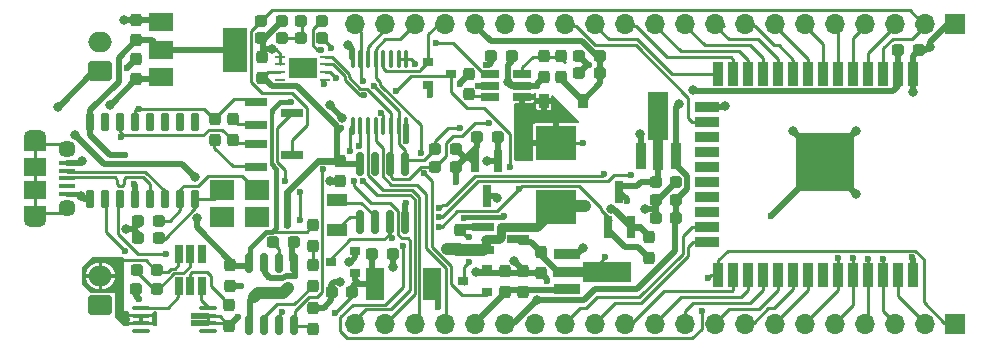
<source format=gbr>
G04 #@! TF.GenerationSoftware,KiCad,Pcbnew,9.0.0*
G04 #@! TF.CreationDate,2025-03-02T20:38:03-08:00*
G04 #@! TF.ProjectId,SuperPower-uC-KiCad,53757065-7250-46f7-9765-722d75432d4b,rev?*
G04 #@! TF.SameCoordinates,Original*
G04 #@! TF.FileFunction,Copper,L1,Top*
G04 #@! TF.FilePolarity,Positive*
%FSLAX46Y46*%
G04 Gerber Fmt 4.6, Leading zero omitted, Abs format (unit mm)*
G04 Created by KiCad (PCBNEW 9.0.0) date 2025-03-02 20:38:03*
%MOMM*%
%LPD*%
G01*
G04 APERTURE LIST*
G04 Aperture macros list*
%AMRoundRect*
0 Rectangle with rounded corners*
0 $1 Rounding radius*
0 $2 $3 $4 $5 $6 $7 $8 $9 X,Y pos of 4 corners*
0 Add a 4 corners polygon primitive as box body*
4,1,4,$2,$3,$4,$5,$6,$7,$8,$9,$2,$3,0*
0 Add four circle primitives for the rounded corners*
1,1,$1+$1,$2,$3*
1,1,$1+$1,$4,$5*
1,1,$1+$1,$6,$7*
1,1,$1+$1,$8,$9*
0 Add four rect primitives between the rounded corners*
20,1,$1+$1,$2,$3,$4,$5,0*
20,1,$1+$1,$4,$5,$6,$7,0*
20,1,$1+$1,$6,$7,$8,$9,0*
20,1,$1+$1,$8,$9,$2,$3,0*%
%AMFreePoly0*
4,1,9,5.362500,-0.866500,1.237500,-0.866500,1.237500,-0.450000,-1.237500,-0.450000,-1.237500,0.450000,1.237500,0.450000,1.237500,0.866500,5.362500,0.866500,5.362500,-0.866500,5.362500,-0.866500,$1*%
G04 Aperture macros list end*
G04 #@! TA.AperFunction,ComponentPad*
%ADD10O,1.700000X1.700000*%
G04 #@! TD*
G04 #@! TA.AperFunction,ComponentPad*
%ADD11R,1.700000X1.700000*%
G04 #@! TD*
G04 #@! TA.AperFunction,SMDPad,CuDef*
%ADD12R,0.900000X1.200000*%
G04 #@! TD*
G04 #@! TA.AperFunction,SMDPad,CuDef*
%ADD13R,1.900000X1.200000*%
G04 #@! TD*
G04 #@! TA.AperFunction,ComponentPad*
%ADD14O,1.900000X1.200000*%
G04 #@! TD*
G04 #@! TA.AperFunction,SMDPad,CuDef*
%ADD15R,1.900000X1.500000*%
G04 #@! TD*
G04 #@! TA.AperFunction,ComponentPad*
%ADD16C,1.450000*%
G04 #@! TD*
G04 #@! TA.AperFunction,SMDPad,CuDef*
%ADD17R,1.350000X0.400000*%
G04 #@! TD*
G04 #@! TA.AperFunction,SMDPad,CuDef*
%ADD18R,3.500000X2.950000*%
G04 #@! TD*
G04 #@! TA.AperFunction,SMDPad,CuDef*
%ADD19R,1.800000X1.000000*%
G04 #@! TD*
G04 #@! TA.AperFunction,SMDPad,CuDef*
%ADD20R,2.100000X1.800000*%
G04 #@! TD*
G04 #@! TA.AperFunction,SMDPad,CuDef*
%ADD21R,0.900000X2.000000*%
G04 #@! TD*
G04 #@! TA.AperFunction,SMDPad,CuDef*
%ADD22R,2.000000X0.900000*%
G04 #@! TD*
G04 #@! TA.AperFunction,SMDPad,CuDef*
%ADD23R,5.000000X5.000000*%
G04 #@! TD*
G04 #@! TA.AperFunction,SMDPad,CuDef*
%ADD24FreePoly0,90.000000*%
G04 #@! TD*
G04 #@! TA.AperFunction,SMDPad,CuDef*
%ADD25R,0.900000X2.300000*%
G04 #@! TD*
G04 #@! TA.AperFunction,SMDPad,CuDef*
%ADD26FreePoly0,0.000000*%
G04 #@! TD*
G04 #@! TA.AperFunction,SMDPad,CuDef*
%ADD27R,2.300000X0.900000*%
G04 #@! TD*
G04 #@! TA.AperFunction,SMDPad,CuDef*
%ADD28R,1.560000X0.650000*%
G04 #@! TD*
G04 #@! TA.AperFunction,SMDPad,CuDef*
%ADD29RoundRect,0.100000X-0.100000X0.637500X-0.100000X-0.637500X0.100000X-0.637500X0.100000X0.637500X0*%
G04 #@! TD*
G04 #@! TA.AperFunction,SMDPad,CuDef*
%ADD30R,0.800000X1.900000*%
G04 #@! TD*
G04 #@! TA.AperFunction,SMDPad,CuDef*
%ADD31RoundRect,0.150000X0.150000X-0.825000X0.150000X0.825000X-0.150000X0.825000X-0.150000X-0.825000X0*%
G04 #@! TD*
G04 #@! TA.AperFunction,SMDPad,CuDef*
%ADD32R,2.000000X1.500000*%
G04 #@! TD*
G04 #@! TA.AperFunction,SMDPad,CuDef*
%ADD33R,2.000000X3.800000*%
G04 #@! TD*
G04 #@! TA.AperFunction,SMDPad,CuDef*
%ADD34RoundRect,0.150000X0.150000X-0.650000X0.150000X0.650000X-0.150000X0.650000X-0.150000X-0.650000X0*%
G04 #@! TD*
G04 #@! TA.AperFunction,SMDPad,CuDef*
%ADD35RoundRect,0.150000X-0.150000X0.675000X-0.150000X-0.675000X0.150000X-0.675000X0.150000X0.675000X0*%
G04 #@! TD*
G04 #@! TA.AperFunction,SMDPad,CuDef*
%ADD36R,2.400000X1.800000*%
G04 #@! TD*
G04 #@! TA.AperFunction,SMDPad,CuDef*
%ADD37RoundRect,0.062500X-0.387500X-0.062500X0.387500X-0.062500X0.387500X0.062500X-0.387500X0.062500X0*%
G04 #@! TD*
G04 #@! TA.AperFunction,SMDPad,CuDef*
%ADD38RoundRect,0.100000X0.637500X0.100000X-0.637500X0.100000X-0.637500X-0.100000X0.637500X-0.100000X0*%
G04 #@! TD*
G04 #@! TA.AperFunction,SMDPad,CuDef*
%ADD39R,0.650000X1.560000*%
G04 #@! TD*
G04 #@! TA.AperFunction,SMDPad,CuDef*
%ADD40RoundRect,0.237500X-0.287500X-0.237500X0.287500X-0.237500X0.287500X0.237500X-0.287500X0.237500X0*%
G04 #@! TD*
G04 #@! TA.AperFunction,SMDPad,CuDef*
%ADD41RoundRect,0.237500X0.237500X-0.287500X0.237500X0.287500X-0.237500X0.287500X-0.237500X-0.287500X0*%
G04 #@! TD*
G04 #@! TA.AperFunction,SMDPad,CuDef*
%ADD42RoundRect,0.237500X-0.237500X0.287500X-0.237500X-0.287500X0.237500X-0.287500X0.237500X0.287500X0*%
G04 #@! TD*
G04 #@! TA.AperFunction,SMDPad,CuDef*
%ADD43RoundRect,0.237500X0.287500X0.237500X-0.287500X0.237500X-0.287500X-0.237500X0.287500X-0.237500X0*%
G04 #@! TD*
G04 #@! TA.AperFunction,SMDPad,CuDef*
%ADD44R,0.900000X0.800000*%
G04 #@! TD*
G04 #@! TA.AperFunction,SMDPad,CuDef*
%ADD45R,1.900000X0.800000*%
G04 #@! TD*
G04 #@! TA.AperFunction,ComponentPad*
%ADD46O,2.000000X1.700000*%
G04 #@! TD*
G04 #@! TA.AperFunction,ComponentPad*
%ADD47RoundRect,0.250000X0.750000X-0.600000X0.750000X0.600000X-0.750000X0.600000X-0.750000X-0.600000X0*%
G04 #@! TD*
G04 #@! TA.AperFunction,SMDPad,CuDef*
%ADD48R,1.500000X2.700000*%
G04 #@! TD*
G04 #@! TA.AperFunction,ViaPad*
%ADD49C,0.800000*%
G04 #@! TD*
G04 #@! TA.AperFunction,ViaPad*
%ADD50C,0.600000*%
G04 #@! TD*
G04 #@! TA.AperFunction,Conductor*
%ADD51C,0.250000*%
G04 #@! TD*
G04 #@! TA.AperFunction,Conductor*
%ADD52C,0.508000*%
G04 #@! TD*
G04 #@! TA.AperFunction,Conductor*
%ADD53C,0.500000*%
G04 #@! TD*
G04 #@! TA.AperFunction,Conductor*
%ADD54C,1.000000*%
G04 #@! TD*
G04 #@! TA.AperFunction,Conductor*
%ADD55C,0.600000*%
G04 #@! TD*
G04 #@! TA.AperFunction,Conductor*
%ADD56C,0.750000*%
G04 #@! TD*
G04 #@! TA.AperFunction,Conductor*
%ADD57C,0.400000*%
G04 #@! TD*
G04 #@! TA.AperFunction,Conductor*
%ADD58C,0.350000*%
G04 #@! TD*
G04 APERTURE END LIST*
D10*
X130683000Y-121920000D03*
X133223000Y-121920000D03*
X135763000Y-121920000D03*
X138303000Y-121920000D03*
X140843000Y-121920000D03*
X143383000Y-121920000D03*
X145923000Y-121920000D03*
X148463000Y-121920000D03*
X151003000Y-121920000D03*
X153543000Y-121920000D03*
X156083000Y-121920000D03*
X158623000Y-121920000D03*
X161163000Y-121920000D03*
X163703000Y-121920000D03*
X166243000Y-121920000D03*
X168783000Y-121920000D03*
X171323000Y-121920000D03*
X173863000Y-121920000D03*
X176403000Y-121920000D03*
X178943000Y-121920000D03*
D11*
X181483000Y-121920000D03*
D10*
X130683000Y-96520000D03*
X133223000Y-96520000D03*
X135763000Y-96520000D03*
X138303000Y-96520000D03*
X140843000Y-96520000D03*
X143383000Y-96520000D03*
X145923000Y-96520000D03*
X148463000Y-96520000D03*
X151003000Y-96520000D03*
X153543000Y-96520000D03*
X156083000Y-96520000D03*
X158623000Y-96520000D03*
X161163000Y-96520000D03*
X163703000Y-96520000D03*
X166243000Y-96520000D03*
X168783000Y-96520000D03*
X171323000Y-96520000D03*
X173863000Y-96520000D03*
X176403000Y-96520000D03*
X178943000Y-96520000D03*
D11*
X181483000Y-96520000D03*
D12*
X146622500Y-102997000D03*
X149922500Y-102997000D03*
D13*
X103537500Y-106685000D03*
X103537500Y-112485000D03*
D14*
X103537500Y-113085000D03*
X103537500Y-106085000D03*
D15*
X103537500Y-108585000D03*
D16*
X106237500Y-112085000D03*
D17*
X106237500Y-109585000D03*
X106237500Y-110235000D03*
X106237500Y-110885000D03*
X106237500Y-108285000D03*
X106237500Y-108935000D03*
D16*
X106237500Y-107085000D03*
D15*
X103537500Y-110585000D03*
D18*
X147701000Y-106564000D03*
X147701000Y-112014000D03*
D19*
X129095500Y-113942500D03*
X129095500Y-111442500D03*
D20*
X122331000Y-112846000D03*
X119431000Y-112846000D03*
X119431000Y-110546000D03*
X122331000Y-110546000D03*
D21*
X177927000Y-117729000D03*
X176657000Y-117729000D03*
X175387000Y-117729000D03*
X174117000Y-117729000D03*
X172847000Y-117729000D03*
X171577000Y-117729000D03*
X170307000Y-117729000D03*
X169037000Y-117729000D03*
X167767000Y-117729000D03*
X166497000Y-117729000D03*
X165227000Y-117729000D03*
X163957000Y-117729000D03*
X162687000Y-117729000D03*
X161417000Y-117729000D03*
D22*
X160417000Y-114944000D03*
X160417000Y-113674000D03*
X160417000Y-112404000D03*
X160417000Y-111134000D03*
X160417000Y-109864000D03*
X160417000Y-108594000D03*
X160417000Y-107324000D03*
X160417000Y-106054000D03*
X160417000Y-104784000D03*
X160417000Y-103514000D03*
D21*
X161417000Y-100729000D03*
X162687000Y-100729000D03*
X163957000Y-100729000D03*
X165227000Y-100729000D03*
X166497000Y-100729000D03*
X167767000Y-100729000D03*
X169037000Y-100729000D03*
X170307000Y-100729000D03*
X171577000Y-100729000D03*
X172847000Y-100729000D03*
X174117000Y-100729000D03*
X175387000Y-100729000D03*
X176657000Y-100729000D03*
X177927000Y-100729000D03*
D23*
X170427000Y-108229000D03*
D24*
X156337000Y-107599500D03*
D25*
X157837000Y-107687000D03*
X154837000Y-107687000D03*
D26*
X148686500Y-117475000D03*
D27*
X148599000Y-118975000D03*
X148599000Y-115975000D03*
D28*
X142113000Y-101729500D03*
X142113000Y-102679500D03*
X142113000Y-100779500D03*
X144813000Y-100779500D03*
X144813000Y-101729500D03*
X144813000Y-102679500D03*
D29*
X134990000Y-105166000D03*
X134340000Y-105166000D03*
X133690000Y-105166000D03*
X133040000Y-105166000D03*
X132390000Y-105166000D03*
X131740000Y-105166000D03*
X131090000Y-105166000D03*
X130440000Y-105166000D03*
X130440000Y-99441000D03*
X131090000Y-99441000D03*
X131740000Y-99441000D03*
X132390000Y-99441000D03*
X133040000Y-99441000D03*
X133690000Y-99441000D03*
X134340000Y-99441000D03*
X134990000Y-99441000D03*
D30*
X141798000Y-111077000D03*
X140848000Y-108077000D03*
X142748000Y-108077000D03*
D31*
X131064000Y-108331000D03*
X132334000Y-108331000D03*
X133604000Y-108331000D03*
X134874000Y-108331000D03*
X134874000Y-113281000D03*
X133604000Y-113281000D03*
X132334000Y-113281000D03*
X131064000Y-113281000D03*
D32*
X114223000Y-96379000D03*
X114223000Y-100979000D03*
X114223000Y-98679000D03*
D33*
X120523000Y-98679000D03*
D34*
X108204000Y-104827000D03*
X109474000Y-104827000D03*
X110744000Y-104827000D03*
X112014000Y-104827000D03*
X113284000Y-104827000D03*
X114554000Y-104827000D03*
X115824000Y-104827000D03*
X117094000Y-104827000D03*
X117094000Y-111327000D03*
X115824000Y-111327000D03*
X114554000Y-111327000D03*
X113284000Y-111327000D03*
X112014000Y-111327000D03*
X110744000Y-111327000D03*
X109474000Y-111327000D03*
X108204000Y-111327000D03*
D35*
X125476000Y-122026500D03*
X124206000Y-122026500D03*
X122936000Y-122026500D03*
X121666000Y-122026500D03*
X121666000Y-116776500D03*
X122936000Y-116776500D03*
X124206000Y-116776500D03*
X125476000Y-116776500D03*
D36*
X126238000Y-100266500D03*
D37*
X128138000Y-99291500D03*
X128138000Y-99941500D03*
X128138000Y-100591500D03*
X128138000Y-101241500D03*
X124338000Y-101241500D03*
X124338000Y-100591500D03*
X124338000Y-99941500D03*
X124338000Y-99291500D03*
D38*
X112512000Y-122514000D03*
X112512000Y-121864000D03*
X112512000Y-121214000D03*
X112512000Y-120564000D03*
X118237000Y-120564000D03*
X118237000Y-121214000D03*
X118237000Y-121864000D03*
X118237000Y-122514000D03*
D39*
X116715500Y-115981500D03*
X115765500Y-115981500D03*
X117665500Y-115981500D03*
X117665500Y-118681500D03*
X116715500Y-118681500D03*
X115765500Y-118681500D03*
D40*
X113891000Y-118935500D03*
X112141000Y-118935500D03*
D41*
X140271500Y-100711000D03*
X140271500Y-102461000D03*
X148082000Y-99264000D03*
X148082000Y-101014000D03*
D42*
X146621500Y-101014000D03*
X146621500Y-99264000D03*
X155575000Y-116318000D03*
X155575000Y-114568000D03*
D41*
X139509500Y-113933000D03*
X139509500Y-115683000D03*
D40*
X139178000Y-108585000D03*
X137428000Y-108585000D03*
X139178000Y-107061000D03*
X137428000Y-107061000D03*
D42*
X127063500Y-118667500D03*
X127063500Y-116917500D03*
D41*
X118808500Y-104549000D03*
X118808500Y-106299000D03*
D42*
X120332500Y-106299000D03*
X120332500Y-104549000D03*
D43*
X132108000Y-116014500D03*
X133858000Y-116014500D03*
D42*
X127063500Y-122336500D03*
X127063500Y-120586500D03*
D40*
X125476000Y-114935000D03*
X123726000Y-114935000D03*
D43*
X126111000Y-96266000D03*
X127861000Y-96266000D03*
X126111000Y-97740000D03*
X127861000Y-97740000D03*
D42*
X120015000Y-122047000D03*
X120015000Y-120297000D03*
D44*
X139827000Y-118237000D03*
X141827000Y-117287000D03*
X141827000Y-119187000D03*
D45*
X144478000Y-114683500D03*
X141478000Y-115633500D03*
X141478000Y-113733500D03*
D30*
X153032500Y-110728500D03*
X153982500Y-113728500D03*
X152082500Y-113728500D03*
D45*
X125301000Y-107632500D03*
X122301000Y-108582500D03*
X122301000Y-106682500D03*
X125301000Y-104079000D03*
X122301000Y-105029000D03*
X122301000Y-103129000D03*
D44*
X128619500Y-116647000D03*
X130619500Y-115697000D03*
X130619500Y-117597000D03*
X138811000Y-100711000D03*
X136811000Y-101661000D03*
X136811000Y-99761000D03*
D46*
X109093000Y-98034000D03*
D47*
X109093000Y-100534000D03*
D43*
X122710000Y-97740000D03*
X124460000Y-97740000D03*
D46*
X109093000Y-117846000D03*
D47*
X109093000Y-120346000D03*
D48*
X137134000Y-118491000D03*
X132334000Y-118491000D03*
D41*
X127063500Y-113552000D03*
X127063500Y-115302000D03*
X112141000Y-99441000D03*
X112141000Y-101191000D03*
D43*
X176657000Y-98742500D03*
X178407000Y-98742500D03*
D40*
X124460000Y-96266000D03*
X122710000Y-96266000D03*
D43*
X156111000Y-112903000D03*
X157861000Y-112903000D03*
X149606000Y-99187000D03*
X151356000Y-99187000D03*
D41*
X143319500Y-117439500D03*
X143319500Y-119189500D03*
D40*
X157847000Y-109932000D03*
X156097000Y-109932000D03*
D42*
X146431000Y-117602000D03*
X146431000Y-115852000D03*
D40*
X143926500Y-99187000D03*
X142176500Y-99187000D03*
D43*
X149606000Y-100661000D03*
X151356000Y-100661000D03*
X156111000Y-111442500D03*
X157861000Y-111442500D03*
D41*
X144907000Y-117439500D03*
X144907000Y-119189500D03*
D43*
X140970000Y-106045000D03*
X142720000Y-106045000D03*
D41*
X129413000Y-108077000D03*
X129413000Y-109827000D03*
D43*
X112268000Y-114617500D03*
X114018000Y-114617500D03*
X112268000Y-113157000D03*
X114018000Y-113157000D03*
D42*
X112141000Y-97889000D03*
X112141000Y-96139000D03*
D40*
X130429000Y-119189500D03*
X128679000Y-119189500D03*
D42*
X120078500Y-118667500D03*
X120078500Y-116917500D03*
X122809000Y-101064000D03*
X122809000Y-99314000D03*
D40*
X113919000Y-117348000D03*
X112169000Y-117348000D03*
D49*
X150090847Y-111910153D03*
X122096370Y-119594348D03*
X124968000Y-118872000D03*
X152299297Y-112138701D03*
X141732000Y-114808008D03*
X138430000Y-115570008D03*
X129413008Y-118364000D03*
D50*
X112395000Y-119761000D03*
X141732000Y-100004474D03*
X141099500Y-101729500D03*
X134990000Y-106415054D03*
X129476500Y-105346500D03*
X135699473Y-99881990D03*
D49*
X142656000Y-111221000D03*
D50*
X124881001Y-113546000D03*
X177800000Y-116268500D03*
D49*
X173101000Y-110871000D03*
X167767000Y-105537000D03*
X173101000Y-105537000D03*
X149987000Y-115443000D03*
D50*
X139509500Y-101600000D03*
D49*
X129575741Y-104432426D03*
X128506836Y-103403009D03*
X154813000Y-105791000D03*
X130053358Y-98297986D03*
X179324000Y-98425000D03*
X141798020Y-108077000D03*
X155194000Y-112141000D03*
X144145000Y-116586000D03*
X133858000Y-117094000D03*
X130175000Y-116646954D03*
D50*
X120777000Y-121285000D03*
X125594000Y-117856000D03*
X123377500Y-117922500D03*
D49*
X111125000Y-96138994D03*
X123634500Y-98615500D03*
D50*
X146939014Y-118237000D03*
D49*
X143603511Y-101448086D03*
D50*
X146047500Y-101729500D03*
D49*
X177863500Y-102235000D03*
D50*
X135001000Y-111656490D03*
D49*
X161988500Y-103441500D03*
D50*
X150431500Y-99949000D03*
D49*
X128548160Y-109830535D03*
D50*
X137642600Y-120497592D03*
X137033000Y-102489000D03*
X165862000Y-112776000D03*
D49*
X140909010Y-117541044D03*
D50*
X121006000Y-118671000D03*
X117031000Y-121221000D03*
X117031000Y-121871000D03*
X111381000Y-100246000D03*
D49*
X111292010Y-113896000D03*
X107442000Y-111075000D03*
X117282153Y-112964153D03*
X106934000Y-105918004D03*
D50*
X125222000Y-103123998D03*
D49*
X117081000Y-109446000D03*
D50*
X128968500Y-120967500D03*
X116205000Y-98679000D03*
X111950500Y-110049010D03*
X111181000Y-107596000D03*
X139181335Y-109894159D03*
D49*
X158115000Y-103251000D03*
X159262653Y-102103347D03*
X146050000Y-119888000D03*
D50*
X143281000Y-112746000D03*
X139890500Y-112915944D03*
X151815800Y-116281200D03*
X153670000Y-111506000D03*
D49*
X107569000Y-108077000D03*
X109881000Y-103346000D03*
D50*
X149987000Y-106552992D03*
D49*
X105537000Y-103505000D03*
D50*
X139573000Y-105283000D03*
X131381506Y-102552500D03*
X132229179Y-101735988D03*
X171577000Y-116335510D03*
X151764992Y-109219998D03*
X172847000Y-116335510D03*
X137787718Y-112110656D03*
X111185406Y-115713594D03*
X174117000Y-116395500D03*
X114663677Y-116018010D03*
X137786146Y-112860666D03*
X154051000Y-109279990D03*
X141986000Y-104902000D03*
X175387000Y-116395500D03*
X160020000Y-120842989D03*
X160528000Y-117983000D03*
X124730688Y-109837136D03*
X125983996Y-110718004D03*
X125984000Y-113074000D03*
X134733967Y-115316044D03*
X143764000Y-108585000D03*
X133742766Y-114663990D03*
X144571475Y-110471975D03*
X132823907Y-104031093D03*
X134098342Y-102185158D03*
X137794994Y-113665000D03*
X112339010Y-103701990D03*
X110871000Y-106045000D03*
X140271500Y-114554000D03*
X140271490Y-116649500D03*
X128651000Y-98552000D03*
X129056596Y-101100650D03*
X127810487Y-98679000D03*
X128016000Y-101584990D03*
X124460000Y-120904000D03*
X130256000Y-107271000D03*
X130534333Y-109778079D03*
X131006000Y-106871000D03*
X131355500Y-109798691D03*
X131318000Y-101346000D03*
X127952500Y-108825508D03*
X137477500Y-98145990D03*
X136506000Y-109171000D03*
X136206000Y-107446000D03*
D51*
X112966500Y-116522500D02*
X110416500Y-116522500D01*
X114806298Y-117475000D02*
X113919000Y-117475000D01*
X113919000Y-117475000D02*
X112966500Y-116522500D01*
X115054810Y-117226488D02*
X114806298Y-117475000D01*
X115375512Y-117226488D02*
X115054810Y-117226488D01*
X115697000Y-116905000D02*
X115375512Y-117226488D01*
X115697000Y-116045000D02*
X115697000Y-116905000D01*
X113693000Y-118999000D02*
X112169000Y-117475000D01*
X113943700Y-118999000D02*
X113693000Y-118999000D01*
X116095501Y-117626499D02*
X115316201Y-117626499D01*
X116647000Y-117075000D02*
X116095501Y-117626499D01*
X116647000Y-116045000D02*
X116647000Y-117075000D01*
X115316201Y-117626499D02*
X113943700Y-118999000D01*
D52*
X129639000Y-108331000D02*
X129413000Y-108105000D01*
X131064000Y-108331000D02*
X129639000Y-108331000D01*
D53*
X134990000Y-106415000D02*
X135001000Y-106426000D01*
X134990000Y-105097500D02*
X134990000Y-106415000D01*
D52*
X142141000Y-99187000D02*
X142113000Y-99187000D01*
D54*
X150090847Y-111910153D02*
X148185847Y-111910153D01*
D53*
X121784000Y-119906718D02*
X122096370Y-119594348D01*
X121784000Y-122024000D02*
X121784000Y-119906718D01*
D52*
X152461201Y-112138701D02*
X152299297Y-112138701D01*
X153982500Y-113728500D02*
X153982500Y-113660000D01*
D54*
X124587000Y-119253000D02*
X124968000Y-118872000D01*
X122437718Y-119253000D02*
X124587000Y-119253000D01*
X122096370Y-119594348D02*
X122437718Y-119253000D01*
D55*
X139559000Y-115633500D02*
X139509500Y-115683000D01*
D54*
X141478000Y-115633500D02*
X139559000Y-115633500D01*
D55*
X152524701Y-112138701D02*
X152461201Y-112138701D01*
X153982500Y-113596500D02*
X152524701Y-112138701D01*
X153982500Y-113660000D02*
X153982500Y-113596500D01*
D52*
X139700000Y-115810000D02*
X139460008Y-115570008D01*
D54*
X139460008Y-115570008D02*
X138430000Y-115570008D01*
D53*
X112141000Y-118999000D02*
X112141000Y-119507000D01*
X112141000Y-119507000D02*
X112395000Y-119761000D01*
D52*
X142113000Y-99187000D02*
X142113000Y-99187000D01*
X141099500Y-101729500D02*
X142113000Y-101729500D01*
D51*
X123281500Y-100591500D02*
X122809000Y-101064000D01*
X124338000Y-100591500D02*
X123281500Y-100591500D01*
D53*
X129413000Y-108105000D02*
X129383498Y-108075498D01*
X122964000Y-101092000D02*
X122964000Y-100937000D01*
X123641988Y-101769988D02*
X122964000Y-101092000D01*
X129095500Y-105150021D02*
X125715467Y-101769988D01*
X125715467Y-101769988D02*
X123641988Y-101769988D01*
X129413000Y-108105000D02*
X129095500Y-107787500D01*
D52*
X129476500Y-105346500D02*
X129095500Y-105727500D01*
D53*
X129095500Y-105727500D02*
X129095500Y-105150021D01*
X129095500Y-107787500D02*
X129095500Y-105727500D01*
X141972526Y-100004474D02*
X141732000Y-100004474D01*
X142181000Y-99796000D02*
X141972526Y-100004474D01*
X142181000Y-99191500D02*
X142181000Y-99796000D01*
X142176500Y-99187000D02*
X142181000Y-99191500D01*
D51*
X134990000Y-99441000D02*
X134340000Y-99441000D01*
D52*
X142512000Y-111077000D02*
X142656000Y-111221000D01*
X141798000Y-111077000D02*
X142512000Y-111077000D01*
D55*
X154763500Y-113728500D02*
X153982500Y-113728500D01*
X155511500Y-114476500D02*
X154763500Y-113728500D01*
X155511500Y-114568000D02*
X155511500Y-114476500D01*
D53*
X128913000Y-118364000D02*
X129413008Y-118364000D01*
X128651000Y-118626000D02*
X128913000Y-118364000D01*
X128651000Y-119507000D02*
X128651000Y-118626000D01*
D52*
X128651000Y-119901000D02*
X128651000Y-119507000D01*
X128001000Y-120551000D02*
X128651000Y-119901000D01*
X127381000Y-120551000D02*
X128001000Y-120551000D01*
D51*
X135699473Y-99789473D02*
X135699473Y-99881990D01*
X135351000Y-99441000D02*
X135699473Y-99789473D01*
X134990000Y-99441000D02*
X135351000Y-99441000D01*
D55*
X124881001Y-110747499D02*
X124881001Y-113546000D01*
X129383498Y-108075498D02*
X127553002Y-108075498D01*
X127553002Y-108075498D02*
X124881001Y-110747499D01*
D56*
X141732000Y-115379500D02*
X141478000Y-115633500D01*
X141732000Y-114808008D02*
X141732000Y-115379500D01*
X146019000Y-113696000D02*
X147701000Y-112014000D01*
X142972874Y-113696000D02*
X146019000Y-113696000D01*
X142972874Y-114533628D02*
X142972874Y-113696000D01*
X142810502Y-114696000D02*
X142972874Y-114533628D01*
X141732000Y-114696000D02*
X142810502Y-114696000D01*
X141732000Y-114808008D02*
X141732000Y-114696000D01*
D52*
X143383000Y-117602000D02*
X144907000Y-117602000D01*
X144907000Y-117602000D02*
X146431000Y-117602000D01*
X123054000Y-117183200D02*
X123054000Y-116774000D01*
X125349000Y-116529000D02*
X125594000Y-116774000D01*
X125349000Y-114935000D02*
X125349000Y-116529000D01*
X113983000Y-96139000D02*
X114223000Y-96379000D01*
X112141000Y-96139000D02*
X113983000Y-96139000D01*
X122837000Y-99159000D02*
X122809000Y-99187000D01*
X170459000Y-108229000D02*
X173101000Y-110871000D01*
X170427000Y-108229000D02*
X170459000Y-108229000D01*
X170409000Y-108229000D02*
X167767000Y-110871000D01*
X170427000Y-108229000D02*
X170409000Y-108229000D01*
X170427000Y-108197000D02*
X167767000Y-105537000D01*
X170427000Y-108229000D02*
X170427000Y-108197000D01*
X170427000Y-108211000D02*
X173101000Y-105537000D01*
X170427000Y-108229000D02*
X170427000Y-108211000D01*
X149455000Y-115975000D02*
X149987000Y-115443000D01*
X148599000Y-115975000D02*
X149455000Y-115975000D01*
D53*
X120015000Y-122047000D02*
X120142000Y-122047000D01*
X137261000Y-118745000D02*
X137287000Y-118745000D01*
D52*
X129536253Y-104432426D02*
X129575741Y-104432426D01*
X128506836Y-103403009D02*
X129536253Y-104432426D01*
X154837000Y-105815000D02*
X154813000Y-105791000D01*
X154837000Y-107687000D02*
X154837000Y-105815000D01*
X154837000Y-107687000D02*
X154837000Y-106704000D01*
D53*
X120015000Y-122047000D02*
X119761000Y-121793000D01*
D52*
X156337000Y-111442500D02*
X157861000Y-109918500D01*
X156111000Y-111442500D02*
X156337000Y-111442500D01*
X177927000Y-99222500D02*
X178407000Y-98742500D01*
X177927000Y-100729000D02*
X177927000Y-99222500D01*
X179006500Y-98742500D02*
X179324000Y-98425000D01*
X178407000Y-98742500D02*
X179006500Y-98742500D01*
X124460266Y-96266000D02*
X124559000Y-96266000D01*
X123063266Y-97663000D02*
X124460266Y-96266000D01*
X122745500Y-97663000D02*
X123063266Y-97663000D01*
X142748000Y-108077000D02*
X141798020Y-108077000D01*
X155349000Y-112141000D02*
X155194000Y-112141000D01*
X155194000Y-112141000D02*
X155956000Y-112141000D01*
X155956000Y-112141000D02*
X156111000Y-112296000D01*
X156111000Y-112296000D02*
X156111000Y-112903000D01*
X156111000Y-111442500D02*
X156111000Y-112296000D01*
X145034000Y-117475000D02*
X144907000Y-117602000D01*
X144145000Y-116586000D02*
X145034000Y-117475000D01*
X133844000Y-116205000D02*
X133844000Y-117080000D01*
X133844000Y-117080000D02*
X133858000Y-117094000D01*
D53*
X120777000Y-121285000D02*
X120015000Y-122047000D01*
X125594000Y-116774000D02*
X125594000Y-117856000D01*
X123054000Y-116774000D02*
X123054000Y-117599000D01*
X123054000Y-117599000D02*
X123377500Y-117922500D01*
X125594000Y-117856000D02*
X124771315Y-117856000D01*
X124771315Y-117856000D02*
X124581816Y-118045499D01*
X124581816Y-118045499D02*
X123500499Y-118045499D01*
X123500499Y-118045499D02*
X123377500Y-117922500D01*
D52*
X112268000Y-113510000D02*
X111887000Y-113891000D01*
X112268000Y-113157000D02*
X112268000Y-113510000D01*
X112268000Y-114272000D02*
X111887000Y-113891000D01*
X112268000Y-114617500D02*
X112268000Y-114272000D01*
D53*
X112141000Y-96139000D02*
X111125006Y-96139000D01*
X111125006Y-96139000D02*
X111125000Y-96138994D01*
D52*
X122809000Y-99187000D02*
X123063000Y-99187000D01*
X139509500Y-101473000D02*
X140271500Y-100711000D01*
X139509500Y-101600000D02*
X139509500Y-101473000D01*
X146939014Y-118110014D02*
X146939014Y-118237000D01*
X146431000Y-117602000D02*
X146939014Y-118110014D01*
X143926500Y-99187000D02*
X143926500Y-99662000D01*
X143926500Y-99662000D02*
X143603511Y-99984989D01*
X143603511Y-99984989D02*
X143603511Y-101448086D01*
X144813000Y-101729500D02*
X143884925Y-101729500D01*
X143884925Y-101729500D02*
X143603511Y-101448086D01*
X144813000Y-101729500D02*
X146047500Y-101729500D01*
D53*
X146047500Y-101574500D02*
X146621500Y-101000500D01*
X146047500Y-101729500D02*
X146047500Y-101574500D01*
D52*
X177927000Y-116445132D02*
X177775184Y-116293316D01*
X177927000Y-117729000D02*
X177927000Y-116445132D01*
X180848000Y-96520000D02*
X181483000Y-96520000D01*
X179324000Y-98044000D02*
X180848000Y-96520000D01*
X179324000Y-98425000D02*
X179324000Y-98044000D01*
X177927000Y-102171500D02*
X177863500Y-102235000D01*
X177927000Y-100729000D02*
X177927000Y-102171500D01*
D53*
X134874000Y-113281000D02*
X134874000Y-111783490D01*
X134874000Y-111783490D02*
X135001000Y-111656490D01*
D52*
X161916000Y-103514000D02*
X161988500Y-103441500D01*
X160417000Y-103514000D02*
X161916000Y-103514000D01*
D53*
X137134000Y-118364000D02*
X137134000Y-118491000D01*
D52*
X150382000Y-99949000D02*
X150431500Y-99949000D01*
X149620000Y-99187000D02*
X150382000Y-99949000D01*
X150304500Y-99949000D02*
X150431500Y-99949000D01*
X149606000Y-100647500D02*
X150304500Y-99949000D01*
D53*
X128572625Y-109855000D02*
X128548160Y-109830535D01*
X129413000Y-109855000D02*
X128572625Y-109855000D01*
D51*
X122831500Y-99291500D02*
X122809000Y-99314000D01*
X119832000Y-121864000D02*
X120015000Y-122047000D01*
X118237000Y-121864000D02*
X119832000Y-121864000D01*
X119182000Y-121214000D02*
X120015000Y-122047000D01*
X118237000Y-121214000D02*
X119182000Y-121214000D01*
X118237000Y-121214000D02*
X118237000Y-121864000D01*
D53*
X137134000Y-118491000D02*
X137642600Y-118999600D01*
X137642600Y-118999600D02*
X137642600Y-120497592D01*
D52*
X137033000Y-101883000D02*
X136811000Y-101661000D01*
X137033000Y-102489000D02*
X137033000Y-101883000D01*
X167767000Y-110871000D02*
X165862000Y-112776000D01*
D53*
X130082986Y-98297986D02*
X130053358Y-98297986D01*
X130431000Y-98646000D02*
X130082986Y-98297986D01*
X130431000Y-99432000D02*
X130431000Y-98646000D01*
D51*
X124338000Y-99291500D02*
X124338000Y-99028000D01*
X123925500Y-98615500D02*
X123634500Y-98615500D01*
X124338000Y-99028000D02*
X123925500Y-98615500D01*
X124338000Y-99941500D02*
X124338000Y-99291500D01*
D52*
X122837000Y-98502000D02*
X122837000Y-99159000D01*
X122837000Y-97663000D02*
X122837000Y-98502000D01*
X122950500Y-98615500D02*
X122837000Y-98502000D01*
X123634500Y-98615500D02*
X122950500Y-98615500D01*
D53*
X140969966Y-117602000D02*
X140909010Y-117541044D01*
X143383000Y-117602000D02*
X140969966Y-117602000D01*
D52*
X141572956Y-117541044D02*
X141827000Y-117287000D01*
X140909010Y-117541044D02*
X141572956Y-117541044D01*
X130280046Y-116646954D02*
X130175000Y-116646954D01*
X130683000Y-116244000D02*
X130280046Y-116646954D01*
X130683000Y-116017000D02*
X130683000Y-116244000D01*
X142720000Y-108049000D02*
X142748000Y-108077000D01*
X142720000Y-106045000D02*
X142720000Y-108049000D01*
X121002500Y-118667500D02*
X121006000Y-118671000D01*
X120078500Y-118667500D02*
X121002500Y-118667500D01*
X117038000Y-121214000D02*
X117031000Y-121221000D01*
X118237000Y-121214000D02*
X117038000Y-121214000D01*
X117038000Y-121864000D02*
X117031000Y-121871000D01*
X118237000Y-121864000D02*
X117038000Y-121864000D01*
D53*
X111381000Y-100201000D02*
X111381000Y-100246000D01*
X112141000Y-99441000D02*
X111381000Y-100201000D01*
X111887000Y-113891000D02*
X111297010Y-113891000D01*
X111297010Y-113891000D02*
X111292010Y-113896000D01*
D57*
X107252000Y-110885000D02*
X107442000Y-111075000D01*
X106237500Y-110885000D02*
X107252000Y-110885000D01*
X107694000Y-111327000D02*
X107442000Y-111075000D01*
X108204000Y-111327000D02*
X107694000Y-111327000D01*
D52*
X120269000Y-116967000D02*
X121591000Y-116967000D01*
D53*
X117282153Y-113726153D02*
X117282153Y-112964153D01*
X120269000Y-116713000D02*
X117282153Y-113726153D01*
X120269000Y-116967000D02*
X120269000Y-116713000D01*
D51*
X126544010Y-114134990D02*
X127127000Y-113552000D01*
D53*
X115981000Y-108346000D02*
X117081000Y-109446000D01*
X112881000Y-108346000D02*
X115981000Y-108346000D01*
D52*
X109361996Y-108346000D02*
X106934000Y-105918004D01*
X112881000Y-108346000D02*
X109361996Y-108346000D01*
D57*
X121784000Y-115493000D02*
X123142010Y-114134990D01*
X121784000Y-116774000D02*
X121784000Y-115493000D01*
X123647999Y-114096001D02*
X123731000Y-114013000D01*
X123209133Y-114096001D02*
X123647999Y-114096001D01*
X123170144Y-114134990D02*
X123209133Y-114096001D01*
X123142010Y-114134990D02*
X123170144Y-114134990D01*
D51*
X123686988Y-114134990D02*
X123647999Y-114096001D01*
X126544010Y-114134990D02*
X123686988Y-114134990D01*
D57*
X123981000Y-113776002D02*
X123981000Y-109759212D01*
X123661001Y-114096001D02*
X123981000Y-113776002D01*
X123209133Y-114096001D02*
X123661001Y-114096001D01*
X123981000Y-109759212D02*
X123981000Y-108767764D01*
X123981000Y-108767764D02*
X123601001Y-108387765D01*
D51*
X123601001Y-103939735D02*
X123615507Y-103925229D01*
D58*
X123601001Y-108387765D02*
X123601001Y-103939735D01*
D57*
X124276000Y-103123998D02*
X125222000Y-103123998D01*
X123601001Y-103798997D02*
X124276000Y-103123998D01*
X123601001Y-103939735D02*
X123601001Y-103798997D01*
D51*
X132334000Y-118364000D02*
X132715000Y-118364000D01*
X130429000Y-119189500D02*
X130429000Y-119253000D01*
X130429000Y-119189500D02*
X130429000Y-119507000D01*
X130429000Y-119507000D02*
X128968500Y-120967500D01*
D52*
X132334000Y-118491000D02*
X130951000Y-118491000D01*
X130619500Y-118159500D02*
X130619500Y-117597000D01*
X130951000Y-118491000D02*
X130619500Y-118159500D01*
X130456000Y-119162500D02*
X130429000Y-119189500D01*
X130456000Y-118696000D02*
X130456000Y-119162500D01*
X130661000Y-118491000D02*
X130456000Y-118696000D01*
X132334000Y-118491000D02*
X130661000Y-118491000D01*
X132108000Y-118265000D02*
X132334000Y-118491000D01*
X132108000Y-116014500D02*
X132108000Y-118265000D01*
X114223000Y-98679000D02*
X116205000Y-98679000D01*
X116205000Y-98679000D02*
X120523000Y-98679000D01*
D53*
X108204000Y-104827000D02*
X108204000Y-105156000D01*
X112014000Y-111327000D02*
X112014000Y-110112510D01*
X112014000Y-110112510D02*
X111950500Y-110049010D01*
D52*
X113433000Y-97889000D02*
X114223000Y-98679000D01*
X112141000Y-97889000D02*
X113433000Y-97889000D01*
X108204000Y-105919000D02*
X108204000Y-104827000D01*
X109881000Y-107596000D02*
X108204000Y-105919000D01*
X111181000Y-107596000D02*
X109881000Y-107596000D01*
D53*
X112141000Y-97889000D02*
X110646998Y-99383002D01*
X110646998Y-99383002D02*
X110646998Y-101395998D01*
X110646998Y-101395998D02*
X108204000Y-103838996D01*
X108204000Y-103838996D02*
X108204000Y-104827000D01*
D51*
X114945000Y-113157000D02*
X114427000Y-113157000D01*
X115824000Y-112278000D02*
X114945000Y-113157000D01*
X115824000Y-111327000D02*
X115824000Y-112278000D01*
X121072500Y-109346000D02*
X122343500Y-110617000D01*
X118231000Y-109346000D02*
X121072500Y-109346000D01*
X117355999Y-110221001D02*
X118231000Y-109346000D01*
X116129999Y-110221001D02*
X117355999Y-110221001D01*
X115824000Y-110527000D02*
X116129999Y-110221001D01*
X115824000Y-111327000D02*
X115824000Y-110527000D01*
X117094000Y-111327000D02*
X117094000Y-112014000D01*
X114540000Y-114681000D02*
X114427000Y-114681000D01*
X117094000Y-112127000D02*
X114540000Y-114681000D01*
X117094000Y-111327000D02*
X117094000Y-112127000D01*
X118733500Y-111327000D02*
X119443500Y-110617000D01*
X117094000Y-111327000D02*
X118733500Y-111327000D01*
D52*
X140984000Y-106299000D02*
X140984000Y-106920000D01*
X140984000Y-106920000D02*
X140081000Y-107823000D01*
X139940000Y-107823000D02*
X139178000Y-107061000D01*
X139940000Y-107823000D02*
X139178000Y-108585000D01*
X140081000Y-107823000D02*
X139940000Y-107823000D01*
X140377000Y-107823000D02*
X140909000Y-108355000D01*
X140081000Y-107823000D02*
X140377000Y-107823000D01*
X139178000Y-109890824D02*
X139181335Y-109894159D01*
X139178000Y-108585000D02*
X139178000Y-109890824D01*
X143319500Y-119316500D02*
X140843000Y-121793000D01*
X143319500Y-119189500D02*
X143319500Y-119316500D01*
X143693998Y-119041002D02*
X148532998Y-119041002D01*
X148532998Y-119041002D02*
X148599000Y-118975000D01*
X143383000Y-119352000D02*
X143693998Y-119041002D01*
X157861000Y-112903000D02*
X157861000Y-111379000D01*
X157837000Y-103529000D02*
X158115000Y-103251000D01*
X157837000Y-107687000D02*
X157837000Y-103529000D01*
X176657000Y-101726202D02*
X176657000Y-100729000D01*
X176200201Y-102183001D02*
X176657000Y-101726202D01*
X159342307Y-102183001D02*
X176200201Y-102183001D01*
X159262653Y-102103347D02*
X159342307Y-102183001D01*
X158008486Y-111231514D02*
X157861000Y-111379000D01*
X157837000Y-107687000D02*
X158008486Y-107858486D01*
X158790010Y-110513490D02*
X157861000Y-111442500D01*
X158790010Y-109415276D02*
X158790010Y-110513490D01*
X157837000Y-108462266D02*
X158790010Y-109415276D01*
X157837000Y-107687000D02*
X157837000Y-108462266D01*
X176657000Y-100729000D02*
X176657000Y-99731798D01*
X176657000Y-98742500D02*
X176657000Y-99731798D01*
X144145000Y-121793000D02*
X143383000Y-121793000D01*
X146050000Y-119888000D02*
X144145000Y-121793000D01*
X146615685Y-119888000D02*
X146050000Y-119888000D01*
X150955202Y-118946000D02*
X150013202Y-119888000D01*
X154506000Y-118946000D02*
X150955202Y-118946000D01*
X157706000Y-115746000D02*
X154506000Y-118946000D01*
X150013202Y-119888000D02*
X146615685Y-119888000D01*
X157706000Y-113058000D02*
X157706000Y-115746000D01*
X157861000Y-112903000D02*
X157706000Y-113058000D01*
D57*
X139897872Y-112869945D02*
X143157055Y-112869945D01*
X143281000Y-112746000D02*
X143157055Y-112869945D01*
D52*
X148082000Y-101156500D02*
X149922500Y-102997000D01*
X148082000Y-101014500D02*
X148082000Y-101156500D01*
X151370000Y-101549500D02*
X151370000Y-99187000D01*
X149922500Y-102997000D02*
X151370000Y-101549500D01*
X142147001Y-97951001D02*
X140843000Y-96647000D01*
X149894001Y-97951001D02*
X142147001Y-97951001D01*
X151130000Y-99187000D02*
X149894001Y-97951001D01*
X151370000Y-99187000D02*
X151130000Y-99187000D01*
X145580000Y-115001000D02*
X146431000Y-115852000D01*
X144629000Y-115001000D02*
X145580000Y-115001000D01*
X146431000Y-116099056D02*
X147806944Y-117475000D01*
X147806944Y-117475000D02*
X148686500Y-117475000D01*
X146431000Y-115852000D02*
X146431000Y-116099056D01*
X148686500Y-117475000D02*
X148686438Y-117475000D01*
D51*
X150622000Y-117475000D02*
X151815800Y-116281200D01*
X148686500Y-117475000D02*
X150622000Y-117475000D01*
D52*
X156047500Y-109855000D02*
X156111000Y-109918500D01*
X154841000Y-109855000D02*
X156047500Y-109855000D01*
X153670000Y-111366000D02*
X153032500Y-110728500D01*
X153670000Y-111506000D02*
X153670000Y-111366000D01*
X154841000Y-109855000D02*
X154504498Y-110191502D01*
X154504498Y-110191502D02*
X153347502Y-110191502D01*
X153347502Y-110191502D02*
X153289000Y-110133000D01*
X156337000Y-109692500D02*
X156337000Y-107599500D01*
X156111000Y-109918500D02*
X156337000Y-109692500D01*
D51*
X175387000Y-100729000D02*
X175387000Y-100077410D01*
X178181000Y-96647000D02*
X178943000Y-96647000D01*
X177817999Y-97772001D02*
X178943000Y-96647000D01*
X176166999Y-97772001D02*
X177817999Y-97772001D01*
X175387000Y-98552000D02*
X176166999Y-97772001D01*
X175387000Y-100729000D02*
X175387000Y-98552000D01*
X177618665Y-95322664D02*
X178943000Y-96647000D01*
X127509951Y-95338129D02*
X177618665Y-95322664D01*
X123585077Y-95366923D02*
X127481157Y-95366923D01*
X121856500Y-97095500D02*
X123585077Y-95366923D01*
X122809000Y-102362000D02*
X121856500Y-101409500D01*
X125349000Y-102362000D02*
X122809000Y-102362000D01*
X127481157Y-95366923D02*
X127509951Y-95338129D01*
X126619000Y-105058000D02*
X126619000Y-103632000D01*
X126619000Y-103632000D02*
X125349000Y-102362000D01*
X125301000Y-106376000D02*
X126619000Y-105058000D01*
X121856500Y-101409500D02*
X121856500Y-97095500D01*
X125301000Y-107632500D02*
X125301000Y-106376000D01*
X106237500Y-108285000D02*
X106380000Y-108285000D01*
D52*
X114011000Y-101191000D02*
X114223000Y-100979000D01*
X112141000Y-101191000D02*
X114011000Y-101191000D01*
D53*
X107361000Y-108285000D02*
X107569000Y-108077000D01*
X106237500Y-108285000D02*
X107361000Y-108285000D01*
D52*
X109986000Y-103346000D02*
X109881000Y-103346000D01*
X112141000Y-101191000D02*
X109986000Y-103346000D01*
D51*
X127127000Y-116995000D02*
X127127000Y-115302000D01*
D52*
X146257000Y-106009000D02*
X147447000Y-107199000D01*
X145415000Y-105627010D02*
X145415000Y-105627010D01*
D51*
X147701000Y-106564000D02*
X149975992Y-106564000D01*
X149975992Y-106564000D02*
X149987000Y-106552992D01*
X124587000Y-97663000D02*
X126111000Y-97663000D01*
X125998000Y-97550000D02*
X126111000Y-97663000D01*
X126139000Y-97635000D02*
X126111000Y-97663000D01*
X126139000Y-96139000D02*
X126139000Y-97635000D01*
X113284000Y-111058639D02*
X113284000Y-111327000D01*
X113284000Y-110059000D02*
X113284000Y-111058639D01*
X112699000Y-109474000D02*
X113284000Y-110059000D01*
X111386000Y-109474000D02*
X112699000Y-109474000D01*
X111319243Y-109481521D02*
X111386000Y-109474000D01*
X111198953Y-109539450D02*
X111255834Y-109503709D01*
X111115709Y-109643834D02*
X111151450Y-109586953D01*
X110478478Y-109707243D02*
X110486000Y-109774000D01*
X111086000Y-109774000D02*
X111093521Y-109707243D01*
X110373046Y-109539450D02*
X110420549Y-109586953D01*
X110486000Y-109774000D02*
X110486000Y-109924000D01*
X111056290Y-110054165D02*
X111078478Y-109990756D01*
X110316165Y-109503709D02*
X110373046Y-109539450D01*
X111020549Y-110111046D02*
X111056290Y-110054165D01*
X110515709Y-110054165D02*
X110551450Y-110111046D01*
X111078478Y-109990756D02*
X111086000Y-109924000D01*
X110186000Y-109474000D02*
X110252756Y-109481521D01*
X111093521Y-109707243D02*
X111115709Y-109643834D01*
X111255834Y-109503709D02*
X111319243Y-109481521D01*
X110252756Y-109481521D02*
X110316165Y-109503709D01*
X110456290Y-109643834D02*
X110478478Y-109707243D01*
X106348500Y-109474000D02*
X110186000Y-109474000D01*
X111086000Y-109924000D02*
X111086000Y-109774000D01*
X110420549Y-109586953D02*
X110456290Y-109643834D01*
X110719243Y-110216478D02*
X110786000Y-110224000D01*
X110655834Y-110194290D02*
X110719243Y-110216478D01*
X110916165Y-110194290D02*
X110973046Y-110158549D01*
X110493521Y-109990756D02*
X110515709Y-110054165D01*
X110786000Y-110224000D02*
X110852756Y-110216478D01*
X110486000Y-109924000D02*
X110493521Y-109990756D01*
X110852756Y-110216478D02*
X110916165Y-110194290D01*
X110551450Y-110111046D02*
X110598953Y-110158549D01*
X110598953Y-110158549D02*
X110655834Y-110194290D01*
X110973046Y-110158549D02*
X111020549Y-110111046D01*
X106237500Y-109585000D02*
X106348500Y-109474000D01*
X111151450Y-109586953D02*
X111198953Y-109539450D01*
X106345500Y-109043000D02*
X106237500Y-108935000D01*
X112903000Y-109043000D02*
X106345500Y-109043000D01*
X114554000Y-110694000D02*
X112903000Y-109043000D01*
X114554000Y-111327000D02*
X114554000Y-110694000D01*
D52*
X108585000Y-100534000D02*
X109093000Y-100534000D01*
X105614000Y-103505000D02*
X108585000Y-100534000D01*
X105537000Y-103505000D02*
X105614000Y-103505000D01*
D51*
X160417000Y-113674000D02*
X159884000Y-113674000D01*
X159167000Y-113674000D02*
X160417000Y-113674000D01*
X158381000Y-114460000D02*
X159167000Y-113674000D01*
X158381000Y-115971000D02*
X158381000Y-114460000D01*
X154731000Y-119621000D02*
X158381000Y-115971000D01*
X151149167Y-119621000D02*
X154731000Y-119621000D01*
X150247167Y-120523000D02*
X151149167Y-119621000D01*
X149733000Y-120523000D02*
X150247167Y-120523000D01*
X148463000Y-121793000D02*
X149733000Y-120523000D01*
X160417000Y-114944000D02*
X160392000Y-114944000D01*
X154885000Y-120142000D02*
X152654000Y-120142000D01*
X152654000Y-120142000D02*
X151003000Y-121793000D01*
X158881000Y-116146000D02*
X154885000Y-120142000D01*
X158881000Y-115371000D02*
X158881000Y-116146000D01*
X159308000Y-114944000D02*
X158881000Y-115371000D01*
X160417000Y-114944000D02*
X159308000Y-114944000D01*
X156800698Y-119126000D02*
X154133698Y-121793000D01*
X154133698Y-121793000D02*
X153543000Y-121793000D01*
X162560000Y-119126000D02*
X156800698Y-119126000D01*
X162687000Y-118999000D02*
X162560000Y-119126000D01*
X162687000Y-117729000D02*
X162687000Y-118999000D01*
X158242000Y-119634000D02*
X156083000Y-121793000D01*
X163322000Y-119634000D02*
X158242000Y-119634000D01*
X163957000Y-118999000D02*
X163322000Y-119634000D01*
X163957000Y-117729000D02*
X163957000Y-118999000D01*
X158623000Y-120777000D02*
X158623000Y-121793000D01*
X165227000Y-118999000D02*
X164084000Y-120142000D01*
X159258000Y-120142000D02*
X158623000Y-120777000D01*
X164084000Y-120142000D02*
X159258000Y-120142000D01*
X165227000Y-117729000D02*
X165227000Y-118999000D01*
X162306000Y-120650000D02*
X161163000Y-121793000D01*
X164846000Y-120650000D02*
X162306000Y-120650000D01*
X166497000Y-118999000D02*
X164846000Y-120650000D01*
X166497000Y-117729000D02*
X166497000Y-118999000D01*
X164415000Y-121793000D02*
X163703000Y-121793000D01*
X165608000Y-120600000D02*
X164415000Y-121793000D01*
X166146000Y-120600000D02*
X165608000Y-120600000D01*
X167767000Y-118979000D02*
X166146000Y-120600000D01*
X167767000Y-117729000D02*
X167767000Y-118979000D01*
X169037000Y-118999000D02*
X166243000Y-121793000D01*
X169037000Y-117729000D02*
X169037000Y-118999000D01*
X171577000Y-118999000D02*
X171577000Y-117729000D01*
X169037000Y-121539000D02*
X171577000Y-118999000D01*
X171577000Y-117729000D02*
X171577000Y-116335510D01*
X137218000Y-107271000D02*
X137428000Y-107061000D01*
X135174000Y-108031000D02*
X134874000Y-108331000D01*
X136458000Y-108031000D02*
X135174000Y-108031000D01*
X137428000Y-107061000D02*
X136458000Y-108031000D01*
X134340000Y-106680000D02*
X134340000Y-105166000D01*
X134874000Y-107214000D02*
X134340000Y-106680000D01*
X134874000Y-108331000D02*
X134874000Y-107214000D01*
X138544000Y-105283000D02*
X139573000Y-105283000D01*
X137428000Y-106399000D02*
X138544000Y-105283000D01*
X137428000Y-107061000D02*
X137428000Y-106399000D01*
X134340000Y-103846809D02*
X134340000Y-105166000D01*
X132229179Y-101735988D02*
X134340000Y-103846809D01*
X131050500Y-102552500D02*
X131381506Y-102552500D01*
X129771487Y-101273487D02*
X131050500Y-102552500D01*
X129771487Y-100942481D02*
X129771487Y-101273487D01*
X128770506Y-99941500D02*
X129771487Y-100942481D01*
X128138000Y-99941500D02*
X128770506Y-99941500D01*
X149489002Y-109347000D02*
X149484001Y-109352001D01*
X172847000Y-120269000D02*
X172847000Y-118999000D01*
X171577000Y-121539000D02*
X172847000Y-120269000D01*
X172847000Y-118999000D02*
X172847000Y-117729000D01*
X149484001Y-109352001D02*
X151632989Y-109352001D01*
X151632989Y-109352001D02*
X151764992Y-109219998D01*
X172847000Y-117729000D02*
X172847000Y-116335510D01*
X138087717Y-111810657D02*
X137787718Y-112110656D01*
X138329343Y-111810657D02*
X138087717Y-111810657D01*
X140787999Y-109352001D02*
X138329343Y-111810657D01*
X149484001Y-109352001D02*
X140787999Y-109352001D01*
X109601000Y-114129188D02*
X111185406Y-115713594D01*
X109601000Y-111454000D02*
X109601000Y-114129188D01*
X109474000Y-111327000D02*
X109601000Y-111454000D01*
X174117000Y-118999000D02*
X174117000Y-119507000D01*
X174117000Y-121539000D02*
X173863000Y-121793000D01*
X174117000Y-118999000D02*
X174117000Y-121539000D01*
X174117000Y-118999000D02*
X174117000Y-117729000D01*
X174117000Y-117729000D02*
X174117000Y-116395500D01*
X110744000Y-111327000D02*
X110617000Y-111454000D01*
X110617000Y-111454000D02*
X110617000Y-114332000D01*
X110617000Y-114332000D02*
X112303010Y-116018010D01*
X112303010Y-116018010D02*
X114663677Y-116018010D01*
X138027822Y-112860666D02*
X137786146Y-112860666D01*
X141093487Y-109795001D02*
X138027822Y-112860666D01*
X152041029Y-109795001D02*
X141093487Y-109795001D01*
X152556040Y-109279990D02*
X152041029Y-109795001D01*
X154051000Y-109279990D02*
X152556040Y-109279990D01*
X175387000Y-117729000D02*
X175387000Y-118494002D01*
X175387000Y-120777000D02*
X176403000Y-121793000D01*
X175387000Y-118999000D02*
X175387000Y-120777000D01*
X140773004Y-104902000D02*
X141986000Y-104902000D01*
X137428000Y-108585000D02*
X138327990Y-107685010D01*
X138327990Y-107685010D02*
X138327990Y-106590500D01*
X138327990Y-106590500D02*
X138910488Y-106008002D01*
X138910488Y-106008002D02*
X139667002Y-106008002D01*
X139667002Y-106008002D02*
X140773004Y-104902000D01*
X175387000Y-117729000D02*
X175387000Y-116395500D01*
X175387000Y-118999000D02*
X175387000Y-117729000D01*
X135194986Y-109631010D02*
X136240996Y-108585000D01*
X133866010Y-109631010D02*
X135194986Y-109631010D01*
X133690000Y-104009996D02*
X133690000Y-109455000D01*
X131657502Y-101977498D02*
X133690000Y-104009996D01*
X136240996Y-108585000D02*
X137428000Y-108585000D01*
X133690000Y-109455000D02*
X133866010Y-109631010D01*
X131110498Y-101977498D02*
X131657502Y-101977498D01*
X130171498Y-101038498D02*
X131110498Y-101977498D01*
X130171498Y-100733002D02*
X130171498Y-101038498D01*
X128729996Y-99291500D02*
X130171498Y-100733002D01*
X128138000Y-99291500D02*
X128729996Y-99291500D01*
X178685998Y-121793000D02*
X178943000Y-121793000D01*
X176657000Y-119507000D02*
X178943000Y-121793000D01*
X176657000Y-117729000D02*
X176657000Y-119507000D01*
X161417000Y-117729000D02*
X160782000Y-117729000D01*
X160782000Y-117729000D02*
X160528000Y-117983000D01*
X161417000Y-116479000D02*
X161417000Y-117729000D01*
X162202501Y-115693499D02*
X161417000Y-116479000D01*
X178076001Y-115693499D02*
X162202501Y-115693499D01*
X178816000Y-116433498D02*
X178076001Y-115693499D01*
X178816000Y-120078500D02*
X178816000Y-116433498D01*
X180530500Y-121793000D02*
X178816000Y-120078500D01*
X181483000Y-121793000D02*
X180530500Y-121793000D01*
X125983996Y-110718004D02*
X125983996Y-113073996D01*
X125983996Y-113073996D02*
X125984000Y-113074000D01*
X124730688Y-108845688D02*
X124730688Y-109837136D01*
X124075999Y-108190999D02*
X124730688Y-108845688D01*
X124075999Y-105304001D02*
X124075999Y-108190999D01*
X125301000Y-104079000D02*
X124075999Y-105304001D01*
X160020000Y-122307000D02*
X159206010Y-123120990D01*
X130485499Y-120269000D02*
X133223000Y-120269000D01*
X129413000Y-122522490D02*
X129413000Y-121341499D01*
X160020000Y-120842989D02*
X160020000Y-122307000D01*
X129413000Y-121341499D02*
X130485499Y-120269000D01*
X159206010Y-123120990D02*
X130011500Y-123120990D01*
X133223000Y-120269000D02*
X134733967Y-118758033D01*
X134733967Y-118758033D02*
X134733967Y-115316044D01*
X130011500Y-123120990D02*
X129413000Y-122522490D01*
X150989132Y-98298000D02*
X149338132Y-96647000D01*
X154432000Y-98298000D02*
X150989132Y-98298000D01*
X158877000Y-102743000D02*
X154432000Y-98298000D01*
X158877000Y-104467000D02*
X158877000Y-102743000D01*
X149338132Y-96647000D02*
X148463000Y-96647000D01*
X159194000Y-104784000D02*
X158877000Y-104467000D01*
X160417000Y-104784000D02*
X159194000Y-104784000D01*
X152128001Y-97772001D02*
X151003000Y-96647000D01*
X154541001Y-97772001D02*
X152128001Y-97772001D01*
X157498000Y-100729000D02*
X154541001Y-97772001D01*
X161417000Y-100729000D02*
X157498000Y-100729000D01*
X154432000Y-96647000D02*
X153543000Y-96647000D01*
X157099000Y-99314000D02*
X154432000Y-96647000D01*
X162474000Y-99314000D02*
X157099000Y-99314000D01*
X162687000Y-99527000D02*
X162474000Y-99314000D01*
X162687000Y-100729000D02*
X162687000Y-99527000D01*
X163957000Y-100729000D02*
X163957000Y-99963998D01*
X158242000Y-98806000D02*
X156083000Y-96647000D01*
X163166000Y-98806000D02*
X158242000Y-98806000D01*
X163957000Y-99597000D02*
X163166000Y-98806000D01*
X163957000Y-100729000D02*
X163957000Y-99597000D01*
X165227000Y-100729000D02*
X165227000Y-99963998D01*
X160274000Y-98298000D02*
X158623000Y-96647000D01*
X164133000Y-98298000D02*
X160274000Y-98298000D01*
X165227000Y-99392000D02*
X164133000Y-98298000D01*
X165227000Y-100729000D02*
X165227000Y-99392000D01*
X161910002Y-96647000D02*
X161163000Y-96647000D01*
X162288001Y-97772001D02*
X161163000Y-96647000D01*
X164790001Y-97772001D02*
X162288001Y-97772001D01*
X166497000Y-99479000D02*
X164790001Y-97772001D01*
X166497000Y-100729000D02*
X166497000Y-99479000D01*
X164507000Y-96647000D02*
X163703000Y-96647000D01*
X166156000Y-98296000D02*
X164507000Y-96647000D01*
X166531000Y-98296000D02*
X166156000Y-98296000D01*
X167767000Y-99532000D02*
X166531000Y-98296000D01*
X167767000Y-100729000D02*
X167767000Y-99532000D01*
X169037000Y-99441000D02*
X166243000Y-96647000D01*
X169037000Y-100729000D02*
X169037000Y-99441000D01*
X169037000Y-96901000D02*
X168783000Y-96647000D01*
X170307000Y-98171000D02*
X168783000Y-96647000D01*
X170307000Y-100729000D02*
X170307000Y-98171000D01*
X171577000Y-96901000D02*
X171323000Y-96647000D01*
X171577000Y-100729000D02*
X171577000Y-96901000D01*
X172847000Y-97663000D02*
X173863000Y-96647000D01*
X172847000Y-100729000D02*
X172847000Y-97663000D01*
X175679000Y-96647000D02*
X176403000Y-96647000D01*
X174117000Y-98933000D02*
X176403000Y-96647000D01*
X174117000Y-100729000D02*
X174117000Y-98933000D01*
D52*
X154573000Y-115379500D02*
X155511500Y-116318000D01*
X153479500Y-115379500D02*
X154573000Y-115379500D01*
X152082500Y-113982500D02*
X153479500Y-115379500D01*
X152082500Y-113728500D02*
X152082500Y-113982500D01*
D51*
X140152129Y-103639629D02*
X141612629Y-103639629D01*
X143764000Y-105791000D02*
X143764000Y-108585000D01*
X138811000Y-102298500D02*
X140152129Y-103639629D01*
X141612629Y-103639629D02*
X143764000Y-105791000D01*
X138811000Y-100711000D02*
X138811000Y-102298500D01*
X133604000Y-113281000D02*
X133604000Y-114525224D01*
X133604000Y-114525224D02*
X133742766Y-114663990D01*
X144821474Y-110221976D02*
X144571475Y-110471975D01*
X151511000Y-112103998D02*
X149628978Y-110221976D01*
X151511000Y-112305000D02*
X151511000Y-112103998D01*
X149628978Y-110221976D02*
X144821474Y-110221976D01*
X152339000Y-113133000D02*
X151511000Y-112305000D01*
X138636980Y-100885020D02*
X135398480Y-100885020D01*
X133040000Y-105097500D02*
X133040000Y-104247186D01*
X135398480Y-100885020D02*
X134098342Y-102185158D01*
X138811000Y-100711000D02*
X138636980Y-100885020D01*
X133040000Y-104247186D02*
X132823907Y-104031093D01*
X133115500Y-114744500D02*
X133604000Y-114256000D01*
X133604000Y-114256000D02*
X133604000Y-113281000D01*
X130255500Y-114744500D02*
X133115500Y-114744500D01*
X128619500Y-116380500D02*
X130255500Y-114744500D01*
X128619500Y-116647000D02*
X128619500Y-116380500D01*
X137999000Y-113665000D02*
X137794994Y-113665000D01*
X139323066Y-112340934D02*
X137999000Y-113665000D01*
X142702516Y-112340934D02*
X139323066Y-112340934D01*
X144571475Y-110471975D02*
X142702516Y-112340934D01*
X120716000Y-104996000D02*
X122080000Y-104996000D01*
X120269000Y-104549000D02*
X120716000Y-104996000D01*
X117897990Y-103701990D02*
X118745000Y-104549000D01*
X112339010Y-103701990D02*
X112339010Y-103701990D01*
X120419000Y-102875000D02*
X122301000Y-102875000D01*
X118745000Y-104549000D02*
X120419000Y-102875000D01*
X112339010Y-103701990D02*
X117897990Y-103701990D01*
X112125010Y-103701990D02*
X112339010Y-103701990D01*
X112014000Y-103813000D02*
X112125010Y-103701990D01*
X112014000Y-104827000D02*
X112014000Y-103813000D01*
X120281000Y-108521000D02*
X121979000Y-108521000D01*
X118745000Y-106985000D02*
X120281000Y-108521000D01*
X118745000Y-106299000D02*
X118745000Y-106985000D01*
X120591000Y-106621000D02*
X121979000Y-106621000D01*
X119418990Y-105448990D02*
X120591000Y-106621000D01*
X118274500Y-105448990D02*
X119418990Y-105448990D01*
X117771480Y-105952010D02*
X118274500Y-105448990D01*
X111069010Y-105952010D02*
X117771480Y-105952010D01*
X110744000Y-104827000D02*
X110744000Y-105627000D01*
X110871000Y-105868000D02*
X110928000Y-105811000D01*
X110871000Y-106045000D02*
X110871000Y-105868000D01*
X110928000Y-105811000D02*
X111069010Y-105952010D01*
X110744000Y-105627000D02*
X110928000Y-105811000D01*
D52*
X139709000Y-113733500D02*
X139509500Y-113933000D01*
X141478000Y-113733500D02*
X139709000Y-113733500D01*
D51*
X140130500Y-114554000D02*
X140271500Y-114554000D01*
X139509500Y-113933000D02*
X140130500Y-114554000D01*
X139843000Y-118491000D02*
X139843000Y-117077990D01*
X139843000Y-117077990D02*
X140271490Y-116649500D01*
X118440200Y-118722200D02*
X119468990Y-119750990D01*
X118440200Y-117856198D02*
X118440200Y-118722200D01*
X118135202Y-117551200D02*
X118440200Y-117856198D01*
X119468990Y-119750990D02*
X120015000Y-120297000D01*
X116810800Y-117551200D02*
X118135202Y-117551200D01*
X116647000Y-117715000D02*
X116810800Y-117551200D01*
X116647000Y-118745000D02*
X116647000Y-117715000D01*
X127861000Y-97663000D02*
X128651000Y-98453000D01*
X128651000Y-98453000D02*
X128651000Y-98552000D01*
X128547446Y-100591500D02*
X128138000Y-100591500D01*
X129056596Y-101100650D02*
X128547446Y-100591500D01*
X127889000Y-96139000D02*
X127060990Y-96967010D01*
X127060990Y-96967010D02*
X127060990Y-98283056D01*
X127060990Y-98283056D02*
X127456934Y-98679000D01*
X127456934Y-98679000D02*
X127810487Y-98679000D01*
X128016000Y-101254000D02*
X128016000Y-101584990D01*
X124206000Y-116656000D02*
X124324000Y-116774000D01*
X124206000Y-115542000D02*
X124206000Y-116656000D01*
X123599000Y-114935000D02*
X124206000Y-115542000D01*
X127000000Y-118745000D02*
X125525641Y-120219359D01*
X125525641Y-120219359D02*
X124033641Y-120219359D01*
X124033641Y-120219359D02*
X123054000Y-121199000D01*
X123054000Y-121199000D02*
X123054000Y-122024000D01*
X148039000Y-99271000D02*
X148463000Y-99695000D01*
X146601000Y-99271000D02*
X148039000Y-99271000D01*
X146576000Y-99296000D02*
X146601000Y-99271000D01*
X145706000Y-99296000D02*
X146576000Y-99296000D01*
X144813000Y-100189000D02*
X145706000Y-99296000D01*
X144813000Y-100779500D02*
X144813000Y-100189000D01*
X140716000Y-102616000D02*
X142348000Y-102616000D01*
X140561000Y-102461000D02*
X140716000Y-102616000D01*
X140271500Y-102461000D02*
X140561000Y-102461000D01*
X117597000Y-119853000D02*
X118237000Y-120493000D01*
X117597000Y-118745000D02*
X117597000Y-119853000D01*
X115697000Y-119655000D02*
X115697000Y-118745000D01*
X114781000Y-120571000D02*
X115697000Y-119655000D01*
X112590000Y-120571000D02*
X114781000Y-120571000D01*
X112512000Y-120493000D02*
X112590000Y-120571000D01*
X129413000Y-111633000D02*
X129159000Y-111379000D01*
X131191000Y-111633000D02*
X129413000Y-111633000D01*
X132334000Y-112776000D02*
X131191000Y-111633000D01*
X132334000Y-112838000D02*
X132334000Y-112776000D01*
X130200000Y-112838000D02*
X129159000Y-113879000D01*
X131064000Y-112838000D02*
X130200000Y-112838000D01*
X124206000Y-121158000D02*
X124460000Y-120904000D01*
X124206000Y-122026500D02*
X124206000Y-121158000D01*
X130440000Y-105097500D02*
X130256000Y-105281500D01*
X130256000Y-105281500D02*
X130256000Y-107271000D01*
X134615501Y-114657501D02*
X134298990Y-114340990D01*
X133602768Y-111633000D02*
X131964990Y-111633000D01*
X130534333Y-110202343D02*
X130534333Y-109778079D01*
X134298990Y-114340990D02*
X134298990Y-112329222D01*
X135308977Y-114846975D02*
X135119503Y-114657501D01*
X131552989Y-120669011D02*
X133661989Y-120669011D01*
X130429000Y-121793000D02*
X131552989Y-120669011D01*
X135119503Y-114657501D02*
X134615501Y-114657501D01*
X131964990Y-111633000D02*
X130534333Y-110202343D01*
X133661989Y-120669011D02*
X135308977Y-119022023D01*
X135308977Y-119022023D02*
X135308977Y-114846975D01*
X134298990Y-112329222D02*
X133602768Y-111633000D01*
X131090000Y-105097500D02*
X131090000Y-106787000D01*
X131090000Y-106787000D02*
X131006000Y-106871000D01*
X132538297Y-110981488D02*
X131355500Y-109798691D01*
X132969000Y-121793000D02*
X133300000Y-121793000D01*
X133300000Y-121793000D02*
X135708988Y-119384012D01*
X135708988Y-111365474D02*
X135325002Y-110981488D01*
X135325002Y-110981488D02*
X132538297Y-110981488D01*
X135708988Y-119384012D02*
X135708988Y-111365474D01*
X136108999Y-121447001D02*
X135763000Y-121793000D01*
X136108999Y-111199785D02*
X136108999Y-121447001D01*
X135490691Y-110581477D02*
X136108999Y-111199785D01*
X133008419Y-110581477D02*
X135490691Y-110581477D01*
X131740000Y-109313058D02*
X133008419Y-110581477D01*
X131740000Y-105097500D02*
X131740000Y-109313058D01*
X138336001Y-117167712D02*
X138336001Y-121886999D01*
X135892822Y-110109000D02*
X136652000Y-110868178D01*
X133735232Y-110109000D02*
X135892822Y-110109000D01*
X138336001Y-121886999D02*
X138303000Y-121920000D01*
X136652000Y-115483711D02*
X138336001Y-117167712D01*
X136652000Y-110868178D02*
X136652000Y-115483711D01*
X132978990Y-109352758D02*
X133735232Y-110109000D01*
X132978990Y-107048010D02*
X132978990Y-109352758D01*
X132390000Y-106459020D02*
X132978990Y-107048010D01*
X132390000Y-105097500D02*
X132390000Y-106459020D01*
X127381000Y-122301000D02*
X127107590Y-122301000D01*
X125594000Y-121908500D02*
X125476000Y-122026500D01*
X125594000Y-121022000D02*
X125594000Y-121908500D01*
X131191000Y-101219000D02*
X131318000Y-101346000D01*
X131191000Y-97155000D02*
X131191000Y-101219000D01*
X130683000Y-96647000D02*
X131191000Y-97155000D01*
X127850990Y-119214520D02*
X127850990Y-108927018D01*
X125594000Y-120787410D02*
X126786400Y-119595010D01*
X125594000Y-121022000D02*
X125594000Y-120787410D01*
X127850990Y-108927018D02*
X127952500Y-108825508D01*
X127470500Y-119595010D02*
X127850990Y-119214520D01*
X126786400Y-119595010D02*
X127470500Y-119595010D01*
X126851000Y-122124000D02*
X127063500Y-122336500D01*
X125759000Y-122124000D02*
X126851000Y-122124000D01*
X125594000Y-121959000D02*
X125759000Y-122124000D01*
X125594000Y-121022000D02*
X125594000Y-121959000D01*
X133223000Y-96979000D02*
X133223000Y-96647000D01*
X131740000Y-98462000D02*
X133223000Y-96979000D01*
X131740000Y-99372500D02*
X131740000Y-98462000D01*
X138976490Y-98145990D02*
X137477500Y-98145990D01*
X141409990Y-100579490D02*
X138976490Y-98145990D01*
X142484510Y-100579490D02*
X141409990Y-100579490D01*
X142541000Y-100523000D02*
X142484510Y-100579490D01*
X134493000Y-97790000D02*
X135763000Y-96520000D01*
X133212000Y-97790000D02*
X134493000Y-97790000D01*
X132390000Y-98612000D02*
X133212000Y-97790000D01*
X132390000Y-99441000D02*
X132390000Y-98612000D01*
X136206000Y-105106004D02*
X136206000Y-107446000D01*
X132804180Y-101704184D02*
X136206000Y-105106004D01*
X132804180Y-101459987D02*
X132804180Y-101704184D01*
X132390000Y-101045807D02*
X132804180Y-101459987D01*
X132390000Y-99441000D02*
X132390000Y-101045807D01*
X137156498Y-109821498D02*
X136506000Y-109171000D01*
X138736012Y-118493012D02*
X138736012Y-117002016D01*
X137156498Y-115422502D02*
X137156498Y-109821498D01*
X138736012Y-117002016D02*
X137156498Y-115422502D01*
X139684000Y-119441000D02*
X138736012Y-118493012D01*
X141843000Y-119441000D02*
X139684000Y-119441000D01*
X136811000Y-99761000D02*
X136811000Y-97393996D01*
X137557996Y-96647000D02*
X138303000Y-96647000D01*
X136811000Y-97393996D02*
X137557996Y-96647000D01*
X133242000Y-100457000D02*
X133040000Y-100255000D01*
X133040000Y-100255000D02*
X133040000Y-99441000D01*
X136136991Y-100457000D02*
X133242000Y-100457000D01*
X136811000Y-99763500D02*
X136811000Y-99761000D01*
X136139491Y-100435009D02*
X136811000Y-99763500D01*
X136136991Y-100435009D02*
X136139491Y-100435009D01*
X103537500Y-108585000D02*
X103537500Y-110585000D01*
X103537500Y-110585000D02*
X103537500Y-113085000D01*
X103537500Y-108585000D02*
X103537500Y-106685000D01*
X105837500Y-112485000D02*
X106237500Y-112085000D01*
X103537500Y-112485000D02*
X105837500Y-112485000D01*
X105837500Y-106685000D02*
X106237500Y-107085000D01*
X103537500Y-106685000D02*
X105837500Y-106685000D01*
G04 #@! TA.AperFunction,Conductor*
G36*
X145950826Y-102383674D02*
G01*
X145972500Y-102436000D01*
X145972500Y-102743000D01*
X147272500Y-102743000D01*
X147272500Y-102620152D01*
X147294174Y-102567826D01*
X147346500Y-102546152D01*
X147398826Y-102567826D01*
X149584326Y-104753326D01*
X149606000Y-104805652D01*
X149606000Y-104825744D01*
X149584326Y-104878070D01*
X149532000Y-104899744D01*
X149517564Y-104898322D01*
X149470698Y-104889000D01*
X147955000Y-104889000D01*
X147955000Y-106490000D01*
X147933326Y-106542326D01*
X147881000Y-106564000D01*
X147701000Y-106564000D01*
X147701000Y-106744000D01*
X147679326Y-106796326D01*
X147627000Y-106818000D01*
X145751000Y-106818000D01*
X145751000Y-108003000D01*
X145729326Y-108055326D01*
X145677000Y-108077000D01*
X144219000Y-108077000D01*
X144166674Y-108055326D01*
X144145000Y-108003000D01*
X144145000Y-105069302D01*
X145751000Y-105069302D01*
X145751000Y-106310000D01*
X147447000Y-106310000D01*
X147447000Y-104889000D01*
X145931303Y-104889000D01*
X145872964Y-104900603D01*
X145806808Y-104944807D01*
X145806807Y-104944808D01*
X145762603Y-105010964D01*
X145751000Y-105069302D01*
X144145000Y-105069302D01*
X144145000Y-103616697D01*
X145972500Y-103616697D01*
X145984103Y-103675035D01*
X146028307Y-103741191D01*
X146028308Y-103741192D01*
X146094464Y-103785396D01*
X146152803Y-103797000D01*
X146368500Y-103797000D01*
X146876500Y-103797000D01*
X147092197Y-103797000D01*
X147150535Y-103785396D01*
X147216691Y-103741192D01*
X147216692Y-103741191D01*
X147260896Y-103675035D01*
X147272500Y-103616697D01*
X147272500Y-103251000D01*
X146876500Y-103251000D01*
X146876500Y-103797000D01*
X146368500Y-103797000D01*
X146368500Y-103251000D01*
X145972500Y-103251000D01*
X145972500Y-103616697D01*
X144145000Y-103616697D01*
X144145000Y-103278500D01*
X144166674Y-103226174D01*
X144219000Y-103204500D01*
X144559000Y-103204500D01*
X145067000Y-103204500D01*
X145612697Y-103204500D01*
X145671035Y-103192896D01*
X145722036Y-103158819D01*
X145737191Y-103148692D01*
X145737192Y-103148691D01*
X145781396Y-103082535D01*
X145793000Y-103024197D01*
X145793000Y-102933500D01*
X145067000Y-102933500D01*
X145067000Y-103204500D01*
X144559000Y-103204500D01*
X144559000Y-102753500D01*
X144580674Y-102701174D01*
X144633000Y-102679500D01*
X144813000Y-102679500D01*
X144813000Y-102499500D01*
X144834674Y-102447174D01*
X144887000Y-102425500D01*
X145793000Y-102425500D01*
X145800424Y-102418075D01*
X145814674Y-102383674D01*
X145867000Y-102362000D01*
X145898500Y-102362000D01*
X145950826Y-102383674D01*
G37*
G04 #@! TD.AperFunction*
G04 #@! TA.AperFunction,Conductor*
G36*
X111067121Y-116302002D02*
G01*
X111113614Y-116355658D01*
X111125000Y-116408000D01*
X111125000Y-120854000D01*
X111408409Y-120854000D01*
X111476530Y-120874002D01*
X111523023Y-120927658D01*
X111533127Y-120997932D01*
X111531391Y-121005650D01*
X111522890Y-121064000D01*
X113501109Y-121064000D01*
X113492064Y-121001910D01*
X113494984Y-121001484D01*
X113494208Y-120946203D01*
X113531749Y-120885944D01*
X113595910Y-120855547D01*
X113615591Y-120854000D01*
X113793000Y-120854000D01*
X113861121Y-120874002D01*
X113907614Y-120927658D01*
X113919000Y-120980000D01*
X113919000Y-121998000D01*
X113916408Y-122006825D01*
X113917718Y-122015932D01*
X113906562Y-122040357D01*
X113898998Y-122066121D01*
X113892044Y-122072145D01*
X113888224Y-122080512D01*
X113865638Y-122095026D01*
X113845342Y-122112614D01*
X113834655Y-122114938D01*
X113828498Y-122118896D01*
X113793000Y-122124000D01*
X113630771Y-122124000D01*
X113562650Y-122103998D01*
X113516157Y-122050342D01*
X113512890Y-122027620D01*
X113501110Y-122014000D01*
X111522890Y-122014000D01*
X111514286Y-122023947D01*
X111510468Y-122032306D01*
X111507941Y-122050126D01*
X111496026Y-122063928D01*
X111488453Y-122080512D01*
X111473312Y-122090242D01*
X111461550Y-122103869D01*
X111444064Y-122109039D01*
X111428727Y-122118896D01*
X111393692Y-122123933D01*
X111393467Y-122124000D01*
X111177190Y-122124000D01*
X111109069Y-122103998D01*
X111088095Y-122087095D01*
X110715000Y-121714000D01*
X111522890Y-121714000D01*
X112362000Y-121714000D01*
X112662000Y-121714000D01*
X113501109Y-121714000D01*
X113493474Y-121661594D01*
X113493474Y-121661591D01*
X113460596Y-121594339D01*
X113448647Y-121524355D01*
X113460596Y-121483661D01*
X113493474Y-121416408D01*
X113493474Y-121416405D01*
X113501110Y-121364000D01*
X112662000Y-121364000D01*
X112662000Y-121714000D01*
X112362000Y-121714000D01*
X112362000Y-121364000D01*
X111531769Y-121364000D01*
X111571476Y-121504801D01*
X111570714Y-121575794D01*
X111563404Y-121594338D01*
X111530525Y-121661593D01*
X111530525Y-121661594D01*
X111522890Y-121714000D01*
X110715000Y-121714000D01*
X110399905Y-121398905D01*
X110365879Y-121336593D01*
X110363000Y-121309810D01*
X110363000Y-119330000D01*
X108383190Y-119330000D01*
X108315069Y-119309998D01*
X108294095Y-119293095D01*
X107605905Y-118604905D01*
X107571879Y-118542593D01*
X107569000Y-118515810D01*
X107569000Y-117696000D01*
X107848997Y-117696000D01*
X108615555Y-117696000D01*
X108593000Y-117780174D01*
X108593000Y-117911826D01*
X108615555Y-117996000D01*
X107848997Y-117996000D01*
X107866185Y-118104524D01*
X107919883Y-118269788D01*
X107919884Y-118269790D01*
X107998776Y-118424625D01*
X108100917Y-118565210D01*
X108223789Y-118688082D01*
X108364374Y-118790223D01*
X108519209Y-118869115D01*
X108519211Y-118869116D01*
X108684475Y-118922814D01*
X108856116Y-118950000D01*
X108943000Y-118950000D01*
X108943000Y-118323445D01*
X109027174Y-118346000D01*
X109158826Y-118346000D01*
X109243000Y-118323445D01*
X109243000Y-118950000D01*
X109329884Y-118950000D01*
X109501524Y-118922814D01*
X109666788Y-118869116D01*
X109666790Y-118869115D01*
X109821625Y-118790223D01*
X109962210Y-118688082D01*
X110085082Y-118565210D01*
X110187223Y-118424625D01*
X110266115Y-118269790D01*
X110266116Y-118269788D01*
X110319814Y-118104524D01*
X110337003Y-117996000D01*
X109570445Y-117996000D01*
X109593000Y-117911826D01*
X109593000Y-117780174D01*
X109570445Y-117696000D01*
X110337003Y-117696000D01*
X110319814Y-117587475D01*
X110266116Y-117422211D01*
X110266115Y-117422209D01*
X110187223Y-117267374D01*
X110085082Y-117126789D01*
X109962210Y-117003917D01*
X109821625Y-116901776D01*
X109666790Y-116822884D01*
X109666788Y-116822883D01*
X109501524Y-116769185D01*
X109329884Y-116742000D01*
X109243000Y-116742000D01*
X109243000Y-117368554D01*
X109158826Y-117346000D01*
X109027174Y-117346000D01*
X108943000Y-117368554D01*
X108943000Y-116742000D01*
X108856116Y-116742000D01*
X108684475Y-116769185D01*
X108519211Y-116822883D01*
X108519209Y-116822884D01*
X108364374Y-116901776D01*
X108223789Y-117003917D01*
X108100917Y-117126789D01*
X107998776Y-117267374D01*
X107919884Y-117422209D01*
X107919883Y-117422211D01*
X107866185Y-117587475D01*
X107848997Y-117696000D01*
X107569000Y-117696000D01*
X107569000Y-117096190D01*
X107589002Y-117028069D01*
X107605905Y-117007095D01*
X108294095Y-116318905D01*
X108356407Y-116284879D01*
X108383190Y-116282000D01*
X110999000Y-116282000D01*
X111067121Y-116302002D01*
G37*
G04 #@! TD.AperFunction*
M02*

</source>
